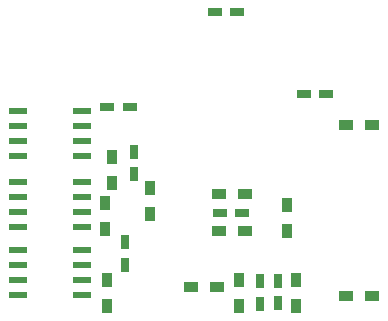
<source format=gbr>
G04 #@! TF.FileFunction,Paste,Top*
%FSLAX46Y46*%
G04 Gerber Fmt 4.6, Leading zero omitted, Abs format (unit mm)*
G04 Created by KiCad (PCBNEW 4.0.7) date 05/27/18 15:14:11*
%MOMM*%
%LPD*%
G01*
G04 APERTURE LIST*
%ADD10C,0.100000*%
%ADD11R,1.550000X0.600000*%
%ADD12R,1.200000X0.750000*%
%ADD13R,0.900000X1.200000*%
%ADD14R,1.200000X0.900000*%
%ADD15R,0.750000X1.200000*%
G04 APERTURE END LIST*
D10*
D11*
X69883000Y-81597500D03*
X69883000Y-80327500D03*
X69883000Y-79057500D03*
X69883000Y-77787500D03*
X64483000Y-77787500D03*
X64483000Y-79057500D03*
X64483000Y-80327500D03*
X64483000Y-81597500D03*
D12*
X81092000Y-69405500D03*
X82992000Y-69405500D03*
X88648500Y-76327000D03*
X90548500Y-76327000D03*
D13*
X87947500Y-92118000D03*
X87947500Y-94318000D03*
D14*
X92181500Y-93472000D03*
X94381500Y-93472000D03*
D13*
X83121500Y-94254500D03*
X83121500Y-92054500D03*
D14*
X81300500Y-92710000D03*
X79100500Y-92710000D03*
D15*
X86423500Y-92141000D03*
X86423500Y-94041000D03*
X84899500Y-92204500D03*
X84899500Y-94104500D03*
D12*
X81536500Y-86423500D03*
X83436500Y-86423500D03*
D15*
X73469500Y-88902500D03*
X73469500Y-90802500D03*
D12*
X73911500Y-77406500D03*
X72011500Y-77406500D03*
D15*
X74231500Y-81219000D03*
X74231500Y-83119000D03*
D14*
X83650000Y-87947500D03*
X81450000Y-87947500D03*
X83650000Y-84836000D03*
X81450000Y-84836000D03*
X94381500Y-78994000D03*
X92181500Y-78994000D03*
D13*
X87185500Y-85768000D03*
X87185500Y-87968000D03*
X71945500Y-92118000D03*
X71945500Y-94318000D03*
X75628500Y-84307500D03*
X75628500Y-86507500D03*
X71818500Y-85577500D03*
X71818500Y-87777500D03*
X72390000Y-83840500D03*
X72390000Y-81640500D03*
D11*
X69883000Y-93345000D03*
X69883000Y-92075000D03*
X69883000Y-90805000D03*
X69883000Y-89535000D03*
X64483000Y-89535000D03*
X64483000Y-90805000D03*
X64483000Y-92075000D03*
X64483000Y-93345000D03*
X69883000Y-87630000D03*
X69883000Y-86360000D03*
X69883000Y-85090000D03*
X69883000Y-83820000D03*
X64483000Y-83820000D03*
X64483000Y-85090000D03*
X64483000Y-86360000D03*
X64483000Y-87630000D03*
M02*

</source>
